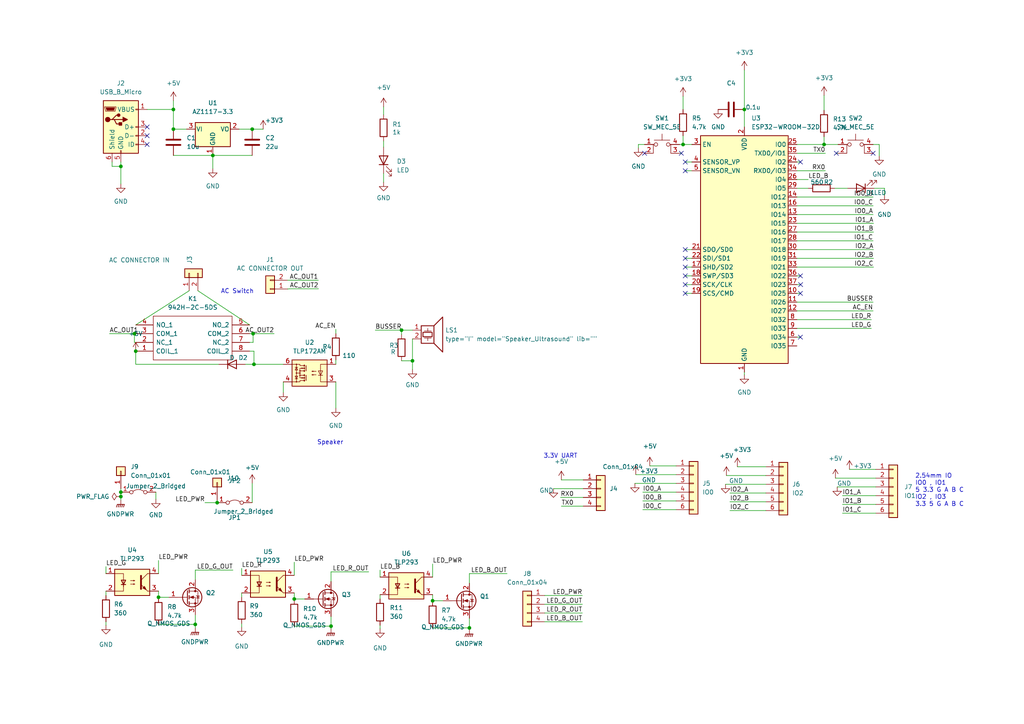
<source format=kicad_sch>
(kicad_sch (version 20211123) (generator eeschema)
  (paper "A4")
  (title_block (title "MEISHI"))
  (lib_symbols
    (symbol "Connector:USB_B_Micro" (pin_names (offset 1.016))
      (property "Reference" "J" (at -5.08 11.43 0))
      (property "Value" "USB_B_Micro" (at -5.08 8.89 0))
      (symbol "USB_B_Micro_1_1"
        (pin power_out line (at 7.62 5.08 180) (length 2.54) (name "VBUS") (number "1"))
        (pin bidirectional line (at 7.62 -2.54 180) (length 2.54) (name "D-") (number "2"))
        (pin bidirectional line (at 7.62 0 180) (length 2.54) (name "D+") (number "3"))
        (pin passive line (at 7.62 -5.08 180) (length 2.54) (name "ID") (number "4"))
        (pin power_out line (at 0 -10.16 90) (length 2.54) (name "GND") (number "5"))
        (pin passive line (at -2.54 -10.16 90) (length 2.54) (name "Shield") (number "6"))
      )
    )
    (symbol "Connector_Generic:Conn_01x01" (pin_names (offset 1.016) hide)
      (property "Reference" "J" (at 0 2.54 0))
      (property "Value" "Conn_01x01" (at 0 -2.54 0))
      (symbol "Conn_01x01_1_1"
        (pin passive line (at -5.08 0 0) (length 3.81) (name "Pin_1") (number "1"))
      )
    )
    (symbol "Connector_Generic:Conn_01x02" (pin_names (offset 1.016) hide)
      (property "Reference" "J" (at 0 2.54 0))
      (property "Value" "Conn_01x02" (at 0 -5.08 0))
      (symbol "Conn_01x02_1_1"
        (pin passive line (at -5.08 0 0) (length 3.81) (name "Pin_1") (number "1"))
        (pin passive line (at -5.08 -2.54 0) (length 3.81) (name "Pin_2") (number "2"))
      )
    )
    (symbol "Connector_Generic:Conn_01x04" (pin_names (offset 1.016) hide)
      (property "Reference" "J" (at 0 5.08 0))
      (property "Value" "Conn_01x04" (at 0 -7.62 0))
      (symbol "Conn_01x04_1_1"
        (pin passive line (at -5.08 2.54 0) (length 3.81) (name "Pin_1") (number "1"))
        (pin passive line (at -5.08 0 0) (length 3.81) (name "Pin_2") (number "2"))
        (pin passive line (at -5.08 -2.54 0) (length 3.81) (name "Pin_3") (number "3"))
        (pin passive line (at -5.08 -5.08 0) (length 3.81) (name "Pin_4") (number "4"))
      )
    )
    (symbol "Connector_Generic:Conn_01x06" (pin_names (offset 1.016) hide)
      (property "Reference" "J" (at 0 7.62 0))
      (property "Value" "Conn_01x06" (at 0 -10.16 0))
      (symbol "Conn_01x06_1_1"
        (pin passive line (at -5.08 5.08 0) (length 3.81) (name "Pin_1") (number "1"))
        (pin passive line (at -5.08 2.54 0) (length 3.81) (name "Pin_2") (number "2"))
        (pin passive line (at -5.08 0 0) (length 3.81) (name "Pin_3") (number "3"))
        (pin passive line (at -5.08 -2.54 0) (length 3.81) (name "Pin_4") (number "4"))
        (pin passive line (at -5.08 -5.08 0) (length 3.81) (name "Pin_5") (number "5"))
        (pin passive line (at -5.08 -7.62 0) (length 3.81) (name "Pin_6") (number "6"))
      )
    )
    (symbol "Device:C" (pin_numbers hide) (pin_names (offset 0.254))
      (property "Reference" "C" (at 0.635 2.54 0))
      (property "Value" "C" (at 0.635 -2.54 0))
      (symbol "C_1_1"
        (pin passive line (at 0 3.81 270) (length 2.794) (name "~") (number "1"))
        (pin passive line (at 0 -3.81 90) (length 2.794) (name "~") (number "2"))
      )
    )
    (symbol "Device:D" (pin_numbers hide) (pin_names (offset 1.016) hide)
      (property "Reference" "D" (at 0 2.54 0))
      (property "Value" "D" (at 0 -2.54 0))
      (symbol "D_1_1"
        (pin passive line (at -3.81 0 0) (length 2.54) (name "K") (number "1"))
        (pin passive line (at 3.81 0 180) (length 2.54) (name "A") (number "2"))
      )
    )
    (symbol "Device:LED" (pin_numbers hide) (pin_names (offset 1.016) hide)
      (property "Reference" "D" (at 0 2.54 0))
      (property "Value" "LED" (at 0 -2.54 0))
      (symbol "LED_1_1"
        (pin passive line (at -3.81 0 0) (length 2.54) (name "K") (number "1"))
        (pin passive line (at 3.81 0 180) (length 2.54) (name "A") (number "2"))
      )
    )
    (symbol "Device:Q_NMOS_GDS" (pin_names (offset 0) hide)
      (property "Reference" "Q" (at 5.08 1.27 0))
      (property "Value" "Q_NMOS_GDS" (at 5.08 -1.27 0))
      (symbol "Q_NMOS_GDS_1_1"
        (pin input line (at -5.08 0 0) (length 2.54) (name "G") (number "1"))
        (pin passive line (at 2.54 5.08 270) (length 2.54) (name "D") (number "2"))
        (pin passive line (at 2.54 -5.08 90) (length 2.54) (name "S") (number "3"))
      )
    )
    (symbol "Device:R" (pin_numbers hide) (pin_names (offset 0))
      (property "Reference" "R" (at 2.032 0 90))
      (property "Value" "R" (at 0 0 90))
      (symbol "R_1_1"
        (pin passive line (at 0 3.81 270) (length 1.27) (name "~") (number "1"))
        (pin passive line (at 0 -3.81 90) (length 1.27) (name "~") (number "2"))
      )
    )
    (symbol "Device:Speaker_Ultrasound" (pin_names (offset 0) hide)
      (property "Reference" "LS" (at 0.635 5.715 0))
      (property "Value" "Speaker_Ultrasound" (at 0.635 3.81 0))
      (symbol "Speaker_Ultrasound_1_1"
        (pin input line (at -5.08 0 0) (length 2.54) (name "1") (number "1"))
        (pin input line (at -5.08 -2.54 0) (length 2.54) (name "2") (number "2"))
      )
    )
    (symbol "Isolator:TLP291"
      (property "Reference" "U" (at -5.08 5.08 0))
      (property "Value" "TLP291" (at 0 5.08 0))
      (symbol "TLP291_1_1"
        (pin passive line (at -7.62 2.54 0) (length 2.54) (name "~") (number "1"))
        (pin passive line (at -7.62 -2.54 0) (length 2.54) (name "~") (number "2"))
        (pin passive line (at 7.62 -2.54 180) (length 2.54) (name "~") (number "3"))
        (pin passive line (at 7.62 2.54 180) (length 2.54) (name "~") (number "4"))
      )
    )
    (symbol "Jumper:Jumper_2_Bridged" (pin_names (offset 0) hide)
      (property "Reference" "JP" (at 0 1.905 0))
      (property "Value" "Jumper_2_Bridged" (at 0 -2.54 0))
      (symbol "Jumper_2_Bridged_1_1"
        (pin passive line (at -5.08 0 0) (length 2.54) (name "A") (number "1"))
        (pin passive line (at 5.08 0 180) (length 2.54) (name "B") (number "2"))
      )
    )
    (symbol "Project:942H-2C-5DS" (pin_names (offset 0.762))
      (property "Reference" "K" (at 29.21 7.62 0))
      (property "Value" "942H-2C-5DS" (at 29.21 5.08 0))
      (symbol "942H-2C-5DS_0_0"
        (pin passive line (at 0 0 0) (length 5.08) (name "COIL_1") (number "1"))
        (pin passive line (at 0 -2.54 0) (length 5.08) (name "NC_1") (number "2"))
        (pin passive line (at 0 -5.08 0) (length 5.08) (name "COM_1") (number "3"))
        (pin passive line (at 0 -7.62 0) (length 5.08) (name "NO_1") (number "4"))
        (pin passive line (at 33.02 -7.62 180) (length 5.08) (name "NO_2") (number "5"))
        (pin passive line (at 33.02 -5.08 180) (length 5.08) (name "COM_2") (number "6"))
        (pin passive line (at 33.02 -2.54 180) (length 5.08) (name "NC_2") (number "7"))
        (pin passive line (at 33.02 0 180) (length 5.08) (name "COIL_2") (number "8"))
      )
    )
    (symbol "Project:TLP172AM"
      (property "Reference" "U" (at -5.08 4.953 0))
      (property "Value" "TLP172AM" (at -5.08 -5.08 0))
      (symbol "TLP172AM_1_1"
        (pin passive line (at -7.62 2.54 0) (length 2.54) (name "~") (number "1"))
        (pin passive line (at -7.62 -2.54 0) (length 2.54) (name "~") (number "3"))
        (pin passive line (at 7.62 -2.54 180) (length 2.54) (name "~") (number "4"))
        (pin passive line (at 7.62 2.54 180) (length 2.54) (name "~") (number "6"))
      )
    )
    (symbol "RF_Module:ESP32-WROOM-32D"
      (property "Reference" "U" (at -12.7 34.29 0))
      (property "Value" "ESP32-WROOM-32D" (at 1.27 34.29 0))
      (symbol "ESP32-WROOM-32D_1_1"
        (pin power_in line (at 0 -35.56 90) (length 2.54) (name "GND") (number "1"))
        (pin bidirectional line (at 15.24 -12.7 180) (length 2.54) (name "IO25") (number "10"))
        (pin bidirectional line (at 15.24 -15.24 180) (length 2.54) (name "IO26") (number "11"))
        (pin bidirectional line (at 15.24 -17.78 180) (length 2.54) (name "IO27") (number "12"))
        (pin bidirectional line (at 15.24 10.16 180) (length 2.54) (name "IO14") (number "13"))
        (pin bidirectional line (at 15.24 15.24 180) (length 2.54) (name "IO12") (number "14"))
        (pin passive line (at 0 -35.56 90) (length 2.54) hide (name "GND") (number "15"))
        (pin bidirectional line (at 15.24 12.7 180) (length 2.54) (name "IO13") (number "16"))
        (pin bidirectional line (at -15.24 -5.08 0) (length 2.54) (name "SHD/SD2") (number "17"))
        (pin bidirectional line (at -15.24 -7.62 0) (length 2.54) (name "SWP/SD3") (number "18"))
        (pin bidirectional line (at -15.24 -12.7 0) (length 2.54) (name "SCS/CMD") (number "19"))
        (pin power_in line (at 0 35.56 270) (length 2.54) (name "VDD") (number "2"))
        (pin bidirectional line (at -15.24 -10.16 0) (length 2.54) (name "SCK/CLK") (number "20"))
        (pin bidirectional line (at -15.24 0 0) (length 2.54) (name "SDO/SD0") (number "21"))
        (pin bidirectional line (at -15.24 -2.54 0) (length 2.54) (name "SDI/SD1") (number "22"))
        (pin bidirectional line (at 15.24 7.62 180) (length 2.54) (name "IO15") (number "23"))
        (pin bidirectional line (at 15.24 25.4 180) (length 2.54) (name "IO2") (number "24"))
        (pin bidirectional line (at 15.24 30.48 180) (length 2.54) (name "IO0") (number "25"))
        (pin bidirectional line (at 15.24 20.32 180) (length 2.54) (name "IO4") (number "26"))
        (pin bidirectional line (at 15.24 5.08 180) (length 2.54) (name "IO16") (number "27"))
        (pin bidirectional line (at 15.24 2.54 180) (length 2.54) (name "IO17") (number "28"))
        (pin bidirectional line (at 15.24 17.78 180) (length 2.54) (name "IO5") (number "29"))
        (pin input line (at -15.24 30.48 0) (length 2.54) (name "EN") (number "3"))
        (pin bidirectional line (at 15.24 0 180) (length 2.54) (name "IO18") (number "30"))
        (pin bidirectional line (at 15.24 -2.54 180) (length 2.54) (name "IO19") (number "31"))
        (pin no_connect line (at -12.7 -27.94 0) (length 2.54) hide (name "NC") (number "32"))
        (pin bidirectional line (at 15.24 -5.08 180) (length 2.54) (name "IO21") (number "33"))
        (pin bidirectional line (at 15.24 22.86 180) (length 2.54) (name "RXD0/IO3") (number "34"))
        (pin bidirectional line (at 15.24 27.94 180) (length 2.54) (name "TXD0/IO1") (number "35"))
        (pin bidirectional line (at 15.24 -7.62 180) (length 2.54) (name "IO22") (number "36"))
        (pin bidirectional line (at 15.24 -10.16 180) (length 2.54) (name "IO23") (number "37"))
        (pin passive line (at 0 -35.56 90) (length 2.54) hide (name "GND") (number "38"))
        (pin passive line (at 0 -35.56 90) (length 2.54) hide (name "GND") (number "39"))
        (pin input line (at -15.24 25.4 0) (length 2.54) (name "SENSOR_VP") (number "4"))
        (pin input line (at -15.24 22.86 0) (length 2.54) (name "SENSOR_VN") (number "5"))
        (pin input line (at 15.24 -25.4 180) (length 2.54) (name "IO34") (number "6"))
        (pin input line (at 15.24 -27.94 180) (length 2.54) (name "IO35") (number "7"))
        (pin bidirectional line (at 15.24 -20.32 180) (length 2.54) (name "IO32") (number "8"))
        (pin bidirectional line (at 15.24 -22.86 180) (length 2.54) (name "IO33") (number "9"))
      )
    )
    (symbol "Regulator_Linear:AZ1117-3.3" (pin_names (offset 0.254))
      (property "Reference" "U" (at -3.81 3.175 0))
      (property "Value" "AZ1117-3.3" (at 0 3.175 0))
      (symbol "AZ1117-3.3_1_1"
        (pin power_in line (at 0 -7.62 90) (length 2.54) (name "GND") (number "1"))
        (pin power_out line (at 7.62 0 180) (length 2.54) (name "VO") (number "2"))
        (pin power_in line (at -7.62 0 0) (length 2.54) (name "VI") (number "3"))
      )
    )
    (symbol "Switch:SW_MEC_5E" (pin_names (offset 1.016) hide)
      (property "Reference" "SW" (at 0.635 5.715 0))
      (property "Value" "SW_MEC_5E" (at 0 -3.175 0))
      (symbol "SW_MEC_5E_0_1"
        (pin passive line (at -5.08 2.54 0) (length 2.54) (name "1") (number "1"))
        (pin passive line (at -5.08 0 0) (length 2.54) (name "2") (number "2"))
        (pin passive line (at 5.08 0 180) (length 2.54) (name "K") (number "3"))
        (pin passive line (at 5.08 2.54 180) (length 2.54) (name "A") (number "4"))
      )
    )
    (symbol "power:+3.3V" (power) (pin_names (offset 0))
      (property "Value" "+3.3V" (at 0 3.556 0))
      (symbol "+3.3V_1_1"
        (pin power_in line (at 0 0 90) (length 0) hide (name "+3V3") (number "1"))
      )
    )
    (symbol "power:+5V" (power) (pin_names (offset 0))
      (property "Value" "+5V" (at 0 3.556 0))
      (symbol "+5V_1_1"
        (pin power_in line (at 0 0 90) (length 0) hide (name "+5V") (number "1"))
      )
    )
    (symbol "power:GND" (power) (pin_names (offset 0))
      (property "Value" "GND" (at 0 -3.81 0))
      (symbol "GND_1_1"
        (pin power_in line (at 0 0 270) (length 0) hide (name "GND") (number "1"))
      )
    )
    (symbol "power:GNDPWR" (power) (pin_names (offset 0))
      (property "Value" "GNDPWR" (at 0 -3.302 0))
      (symbol "GNDPWR_1_1"
        (pin power_in line (at 0 0 270) (length 0) hide (name "GNDPWR") (number "1"))
      )
    )
    (symbol "power:PWR_FLAG" (power) (pin_numbers hide) (pin_names (offset 0) hide)
      (property "Value" "PWR_FLAG" (at 0 3.81 0))
      (symbol "PWR_FLAG_0_0"
        (pin power_out line (at 0 0 90) (length 0) (name "pwr") (number "1"))
      )
    )
  )
  (junction (at 136.144 182.118))
  (junction (at 61.722 45.085))
  (junction (at 215.9 31.75))
  (junction (at 116.459 95.758))
  (junction (at 125.476 174.244))
  (junction (at 62.992 145.796))
  (junction (at 73.66 105.664))
  (junction (at 73.406 96.774))
  (junction (at 85.344 173.736))
  (junction (at 35.052 142.748))
  (junction (at 45.974 173.228))
  (junction (at 96.012 181.61))
  (junction (at 50.292 37.465))
  (junction (at 73.152 37.465))
  (junction (at 50.292 31.75))
  (junction (at 38.989 96.774))
  (junction (at 198.12 41.91))
  (junction (at 56.642 181.102))
  (junction (at 39.37 101.854))
  (junction (at 35.052 144.018))
  (junction (at 239.014 41.91))
  (junction (at 119.634 104.648))
  (junction (at 35.052 48.26))
  (no_connect (at 253.238 44.45))
  (no_connect (at 198.755 74.93))
  (no_connect (at 198.755 49.53))
  (no_connect (at 198.755 46.99))
  (no_connect (at 232.2068 82.55))
  (no_connect (at 232.156 80.01))
  (no_connect (at 198.755 72.39))
  (no_connect (at 198.755 82.55))
  (no_connect (at 198.755 80.01))
  (no_connect (at 186.944 44.45))
  (no_connect (at 232.156 97.79))
  (no_connect (at 198.755 85.09))
  (no_connect (at 197.612 44.45))
  (no_connect (at 242.57 44.45))
  (no_connect (at 232.156 46.99))
  (no_connect (at 42.672 39.37))
  (no_connect (at 42.672 41.91))
  (no_connect (at 42.672 36.83))
  (no_connect (at 198.755 77.47))
  (no_connect (at 232.156 85.09))
  (wire (pts (xy 119.634 98.298) (xy 119.634 104.648)))
  (wire (pts (xy 184.404 137.668) (xy 196.088 137.668)))
  (wire (pts (xy 39.37 101.854) (xy 39.37 105.664)))
  (wire (pts (xy 232.156 97.79) (xy 231.14 97.79)))
  (wire (pts (xy 111.252 33.274) (xy 111.252 30.988)))
  (wire (pts (xy 35.052 48.26) (xy 32.512 48.26)))
  (wire (pts (xy 244.348 143.764) (xy 254 143.764)))
  (wire (pts (xy 198.755 74.93) (xy 200.66 74.93)))
  (wire (pts (xy 162.814 139.192) (xy 169.164 139.192)))
  (wire (pts (xy 110.236 182.372) (xy 110.236 181.356)))
  (wire (pts (xy 59.436 145.796) (xy 62.992 145.796)))
  (wire (pts (xy 231.14 72.39) (xy 253.365 72.39)))
  (wire (pts (xy 239.014 41.91) (xy 243.078 41.91)))
  (wire (pts (xy 38.989 96.774) (xy 38.989 99.314)))
  (wire (pts (xy 49.022 173.228) (xy 45.974 173.228)))
  (wire (pts (xy 147.066 166.37) (xy 136.144 166.37)))
  (wire (pts (xy 231.14 64.77) (xy 253.365 64.77)))
  (wire (pts (xy 136.144 166.37) (xy 136.144 169.164)))
  (wire (pts (xy 35.052 144.018) (xy 35.052 142.748)))
  (wire (pts (xy 85.344 181.61) (xy 96.012 181.61)))
  (wire (pts (xy 198.755 72.39) (xy 200.66 72.39)))
  (wire (pts (xy 83.9978 83.7692) (xy 83.439 83.82)))
  (wire (pts (xy 61.722 45.085) (xy 73.152 45.085)))
  (wire (pts (xy 197.104 41.91) (xy 198.12 41.91)))
  (wire (pts (xy 57.404 84.328) (xy 72.39 94.234)))
  (wire (pts (xy 39.37 96.774) (xy 38.989 96.774)))
  (wire (pts (xy 136.144 182.626) (xy 136.144 182.118)))
  (wire (pts (xy 116.459 104.648) (xy 119.634 104.648)))
  (wire (pts (xy 73.66 105.664) (xy 71.12 105.664)))
  (wire (pts (xy 210.693 137.922) (xy 222.123 137.922)))
  (wire (pts (xy 213.868 135.382) (xy 222.123 135.382)))
  (wire (pts (xy 73.152 140.208) (xy 73.152 145.796)))
  (wire (pts (xy 72.39 99.314) (xy 73.406 99.314)))
  (wire (pts (xy 242.824 141.224) (xy 254 141.224)))
  (wire (pts (xy 231.14 62.23) (xy 253.238 62.23)))
  (wire (pts (xy 255.016 41.91) (xy 255.016 45.212)))
  (wire (pts (xy 110.236 165.354) (xy 110.236 167.386)))
  (wire (pts (xy 211.709 148.082) (xy 222.123 148.082)))
  (wire (pts (xy 30.734 181.356) (xy 30.734 180.34)))
  (wire (pts (xy 111.252 50.292) (xy 111.252 52.832)))
  (wire (pts (xy 244.348 146.304) (xy 254 146.304)))
  (wire (pts (xy 82.169 110.744) (xy 82.169 113.792)))
  (wire (pts (xy 69.342 37.465) (xy 73.152 37.465)))
  (wire (pts (xy 245.872 54.61) (xy 242.062 54.61)))
  (wire (pts (xy 45.974 173.228) (xy 45.974 173.482)))
  (wire (pts (xy 70.104 164.846) (xy 70.104 166.878)))
  (wire (pts (xy 39.37 105.664) (xy 63.5 105.664)))
  (wire (pts (xy 198.755 85.09) (xy 200.66 85.09)))
  (wire (pts (xy 232.156 80.01) (xy 231.14 80.01)))
  (wire (pts (xy 136.144 179.324) (xy 136.144 182.118)))
  (wire (pts (xy 210.439 140.462) (xy 222.123 140.462)))
  (wire (pts (xy 239.014 27.686) (xy 239.014 32.004)))
  (wire (pts (xy 62.992 145.034) (xy 62.992 145.796)))
  (wire (pts (xy 116.459 95.758) (xy 119.634 95.758)))
  (wire (pts (xy 198.12 41.91) (xy 200.66 41.91)))
  (wire (pts (xy 198.12 27.94) (xy 198.12 31.75)))
  (wire (pts (xy 184.15 140.208) (xy 196.088 140.208)))
  (wire (pts (xy 72.39 96.774) (xy 73.406 96.774)))
  (wire (pts (xy 231.14 46.99) (xy 232.156 46.99)))
  (wire (pts (xy 73.66 105.664) (xy 82.169 105.664)))
  (wire (pts (xy 125.476 163.576) (xy 125.476 167.386)))
  (wire (pts (xy 215.9 31.75) (xy 215.9 36.83)))
  (wire (pts (xy 231.14 41.91) (xy 239.014 41.91)))
  (wire (pts (xy 73.66 101.854) (xy 73.66 105.664)))
  (wire (pts (xy 168.91 180.34) (xy 157.988 180.34)))
  (wire (pts (xy 67.564 165.354) (xy 56.642 165.354)))
  (wire (pts (xy 198.12 39.37) (xy 198.12 41.91)))
  (wire (pts (xy 253.492 54.61) (xy 256.54 54.61)))
  (wire (pts (xy 186.436 145.288) (xy 196.088 145.288)))
  (wire (pts (xy 125.476 172.466) (xy 125.476 174.244)))
  (wire (pts (xy 231.14 52.07) (xy 234.442 52.07)))
  (wire (pts (xy 242.57 44.45) (xy 243.078 44.45)))
  (wire (pts (xy 54.864 84.328) (xy 39.37 94.234)))
  (wire (pts (xy 168.91 175.26) (xy 157.988 175.26)))
  (wire (pts (xy 50.292 37.465) (xy 54.102 37.465)))
  (wire (pts (xy 96.012 182.372) (xy 96.012 181.61)))
  (wire (pts (xy 232.156 85.09) (xy 231.14 85.09)))
  (wire (pts (xy 231.14 74.93) (xy 253.365 74.93)))
  (wire (pts (xy 256.54 54.61) (xy 256.54 56.642)))
  (wire (pts (xy 96.012 165.862) (xy 96.012 168.656)))
  (wire (pts (xy 45.212 142.748) (xy 45.212 144.78)))
  (wire (pts (xy 45.974 181.102) (xy 56.642 181.102)))
  (wire (pts (xy 215.9 20.32) (xy 215.9 31.75)))
  (wire (pts (xy 39.37 99.314) (xy 38.989 99.314)))
  (wire (pts (xy 185.166 41.91) (xy 186.944 41.91)))
  (wire (pts (xy 157.988 172.72) (xy 168.91 172.72)))
  (wire (pts (xy 231.14 69.85) (xy 253.238 69.85)))
  (wire (pts (xy 50.292 31.75) (xy 50.292 29.21)))
  (wire (pts (xy 116.459 95.758) (xy 116.459 97.028)))
  (wire (pts (xy 186.436 142.748) (xy 196.088 142.748)))
  (wire (pts (xy 106.934 165.862) (xy 96.012 165.862)))
  (wire (pts (xy 239.395 44.45) (xy 231.14 44.45)))
  (wire (pts (xy 83.9978 83.7692) (xy 92.3798 83.7692)))
  (wire (pts (xy 35.052 48.26) (xy 35.052 53.34)))
  (wire (pts (xy 35.052 145.034) (xy 35.052 144.018)))
  (wire (pts (xy 211.709 143.002) (xy 222.123 143.002)))
  (wire (pts (xy 73.406 96.774) (xy 79.502 96.774)))
  (wire (pts (xy 186.436 147.828) (xy 196.088 147.828)))
  (wire (pts (xy 231.14 90.17) (xy 253.238 90.17)))
  (wire (pts (xy 35.052 141.732) (xy 35.052 142.748)))
  (wire (pts (xy 56.642 178.308) (xy 56.642 181.102)))
  (wire (pts (xy 211.709 145.542) (xy 222.123 145.542)))
  (wire (pts (xy 169.164 141.732) (xy 160.528 141.732)))
  (wire (pts (xy 97.409 110.744) (xy 97.409 118.364)))
  (wire (pts (xy 88.392 173.736) (xy 85.344 173.736)))
  (wire (pts (xy 85.344 173.736) (xy 85.344 173.99)))
  (wire (pts (xy 125.476 182.118) (xy 136.144 182.118)))
  (wire (pts (xy 197.612 44.45) (xy 197.104 44.45)))
  (wire (pts (xy 198.755 80.01) (xy 200.66 80.01)))
  (wire (pts (xy 231.14 67.31) (xy 253.365 67.31)))
  (wire (pts (xy 30.734 164.338) (xy 30.734 166.37)))
  (wire (pts (xy 198.755 46.99) (xy 200.66 46.99)))
  (wire (pts (xy 119.634 104.648) (xy 119.634 107.188)))
  (wire (pts (xy 56.642 182.118) (xy 56.642 181.102)))
  (wire (pts (xy 239.014 39.624) (xy 239.014 41.91)))
  (wire (pts (xy 231.14 95.25) (xy 252.73 95.25)))
  (wire (pts (xy 96.012 178.816) (xy 96.012 181.61)))
  (wire (pts (xy 56.642 165.354) (xy 56.642 168.148)))
  (wire (pts (xy 231.14 57.15) (xy 253.238 57.15)))
  (wire (pts (xy 110.236 173.736) (xy 110.236 172.466)))
  (wire (pts (xy 242.316 138.684) (xy 254 138.684)))
  (wire (pts (xy 162.56 144.272) (xy 169.164 144.272)))
  (wire (pts (xy 198.755 82.55) (xy 200.66 82.55)))
  (wire (pts (xy 231.14 87.63) (xy 253.238 87.63)))
  (wire (pts (xy 255.016 41.91) (xy 253.238 41.91)))
  (wire (pts (xy 232.2068 82.55) (xy 231.14 82.55)))
  (wire (pts (xy 73.66 101.854) (xy 72.39 101.854)))
  (wire (pts (xy 45.974 162.56) (xy 45.974 166.37)))
  (wire (pts (xy 246.38 136.144) (xy 254 136.144)))
  (wire (pts (xy 198.755 49.53) (xy 200.66 49.53)))
  (wire (pts (xy 125.476 174.244) (xy 125.476 174.498)))
  (wire (pts (xy 97.409 96.774) (xy 97.409 95.504)))
  (wire (pts (xy 73.406 96.774) (xy 73.406 99.314)))
  (wire (pts (xy 231.14 77.47) (xy 253.365 77.47)))
  (wire (pts (xy 244.348 148.844) (xy 254 148.844)))
  (wire (pts (xy 188.468 135.128) (xy 196.088 135.128)))
  (wire (pts (xy 231.14 92.71) (xy 252.73 92.71)))
  (wire (pts (xy 31.75 96.774) (xy 38.989 96.774)))
  (wire (pts (xy 50.292 45.085) (xy 61.722 45.085)))
  (wire (pts (xy 83.439 81.28) (xy 92.329 81.28)))
  (wire (pts (xy 70.104 173.228) (xy 70.104 171.958)))
  (wire (pts (xy 168.91 177.8) (xy 157.988 177.8)))
  (wire (pts (xy 50.292 31.75) (xy 50.292 37.465)))
  (wire (pts (xy 73.152 37.465) (xy 76.327 37.465)))
  (wire (pts (xy 45.974 171.45) (xy 45.974 173.228)))
  (wire (pts (xy 162.814 146.812) (xy 169.164 146.812)))
  (wire (pts (xy 231.14 59.69) (xy 253.238 59.69)))
  (wire (pts (xy 239.395 49.53) (xy 231.14 49.53)))
  (wire (pts (xy 108.839 95.758) (xy 116.459 95.758)))
  (wire (pts (xy 234.442 54.61) (xy 231.14 54.61)))
  (wire (pts (xy 70.104 181.864) (xy 70.104 180.848)))
  (wire (pts (xy 42.672 31.75) (xy 50.292 31.75)))
  (wire (pts (xy 85.344 171.958) (xy 85.344 173.736)))
  (wire (pts (xy 35.052 46.99) (xy 35.052 48.26)))
  (wire (pts (xy 111.252 42.672) (xy 111.252 40.894)))
  (wire (pts (xy 128.524 174.244) (xy 125.476 174.244)))
  (wire (pts (xy 85.344 163.068) (xy 85.344 166.878)))
  (wire (pts (xy 61.722 45.085) (xy 61.722 48.895)))
  (wire (pts (xy 198.755 77.47) (xy 200.66 77.47)))
  (wire (pts (xy 97.409 105.664) (xy 97.409 104.394)))
  (wire (pts (xy 32.512 48.26) (xy 32.512 46.99)))
  (wire (pts (xy 185.166 42.926) (xy 185.166 41.91)))
  (wire (pts (xy 215.9 107.95) (xy 215.9 108.712)))
  (wire (pts (xy 30.734 172.72) (xy 30.734 171.45)))
  (text "2.54mm IO\nIO0 , IO1\n5 3.3 G A B C\nIO2 , IO3\n3.3 5 G A B C" (at 265.43 147.066 0) (effects (font (size 1.27 1.27)) (justify left bottom)))
  (text "Speaker\n" (at 91.948 129.159 0) (effects (font (size 1.27 1.27)) (justify left bottom)))
  (text "AC Switch\n" (at 73.66 85.344 180) (effects (font (size 1.27 1.27)) (justify right bottom)))
  (text "3.3V UART\n" (at 157.607 133.096 0) (effects (font (size 1.27 1.27)) (justify left bottom)))
  (label "RX0" (at 162.56 144.272 0))
  (label "IO0_A" (at 253.238 62.23 180))
  (label "AC_OUT2" (at 92.3798 83.7692 180))
  (label "LED_R_OUT" (at 106.934 165.862 180))
  (label "IO1_A" (at 253.365 64.77 180))
  (label "LED_G" (at 30.734 164.338 0))
  (label "LED_G" (at 252.73 95.25 180))
  (label "IO0_A" (at 186.436 142.748 0))
  (label "AC_OUT2" (at 79.502 96.774 180))
  (label "LED_B_OUT" (at 168.91 180.34 180))
  (label "IO2_C" (at 253.365 77.47 180))
  (label "IO1_C" (at 244.348 148.844 0))
  (label "LED_R_OUT" (at 168.91 177.8 180))
  (label "LED_PWR" (at 85.344 163.068 0))
  (label "AC_OUT1" (at 31.75 96.774 0))
  (label "IO0_C" (at 186.436 147.828 0))
  (label "IO0_C" (at 253.238 59.69 180))
  (label "AC_EN" (at 97.409 95.504 180))
  (label "IO2_A" (at 211.709 143.002 0))
  (label "TX0" (at 162.814 146.812 0))
  (label "BUSSER" (at 108.839 95.758 0))
  (label "IO1_A" (at 244.348 143.764 0))
  (label "IO2_B" (at 211.709 145.542 0))
  (label "IO0_B" (at 253.238 57.15 180))
  (label "LED_B_OUT" (at 147.066 166.37 180))
  (label "LED_R" (at 252.73 92.71 180))
  (label "LED_PWR" (at 125.476 163.576 0))
  (label "AC_OUT1" (at 92.329 81.28 180))
  (label "LED_B" (at 110.236 165.354 0))
  (label "LED_PWR" (at 168.91 172.72 180))
  (label "AC_EN" (at 253.238 90.17 180))
  (label "LED_G_OUT" (at 67.564 165.354 180))
  (label "LED_B" (at 234.442 52.07 0))
  (label "IO1_B" (at 244.348 146.304 0))
  (label "LED_R" (at 70.104 164.846 0))
  (label "LED_PWR" (at 45.974 162.56 0))
  (label "LED_PWR" (at 59.436 145.796 180))
  (label "IO0_B" (at 186.436 145.288 0))
  (label "IO2_C" (at 211.709 148.082 0))
  (label "IO2_A" (at 253.365 72.39 180))
  (label "IO1_C" (at 253.238 69.85 180))
  (label "IO2_B" (at 253.365 74.93 180))
  (label "RX0" (at 239.395 49.53 180))
  (label "LED_G_OUT" (at 168.91 175.26 180))
  (label "BUSSER" (at 253.238 87.63 180))
  (label "TX0" (at 239.395 44.45 180))
  (label "IO1_B" (at 253.365 67.31 180))
  (symbol (lib_id "Device:R") (at 116.459 100.838 0) (unit 1)
    (property "Reference" "R3" (at 112.903 100.203 0) (effects (justify left)))
    (property "Value" "R" (at 113.284 102.108 0) (effects (justify left)))
    (property "Footprint" "Resistor_SMD:R_0603_1608Metric_Pad0.98x0.95mm_HandSolder" (effects hide))
  )
  (symbol (lib_id "power:GND") (at 97.409 118.364 0) (unit 1)
    (property "Reference" "#PWR0107" (effects hide))
    (property "Value" "GND" (at 97.409 123.444 0))
  )
  (symbol (lib_id "power:GND") (at 70.104 181.864 0) (unit 1)
    (property "Reference" "#PWR0123" (effects hide))
    (property "Value" "GND" (at 70.104 187.452 0))
  )
  (symbol (lib_id "power:GND") (at 208.28 31.75 0) (unit 1)
    (property "Reference" "#PWR0128" (effects hide))
    (property "Value" "GND" (at 208.28 36.83 0))
  )
  (symbol (lib_id "power:+3.3V") (at 215.9 20.32 0) (unit 1)
    (property "Reference" "#PWR0109" (effects hide))
    (property "Value" "+3.3V" (at 215.9 15.24 0))
  )
  (symbol (lib_id "power:GND") (at 184.15 140.208 0) (unit 1)
    (property "Reference" "#PWR0126" (effects hide))
    (property "Value" "GND" (at 188.214 139.192 0))
  )
  (symbol (lib_id "power:GND") (at 242.824 141.224 0) (unit 1)
    (property "Reference" "#PWR0112" (effects hide))
    (property "Value" "GND" (at 244.856 140.208 0))
  )
  (symbol (lib_id "Isolator:TLP291") (at 38.354 168.91 0) (unit 1)
    (property "Reference" "U4" (at 38.354 159.512 0))
    (property "Value" "TLP293" (at 38.354 162.052 0))
    (property "Footprint" "Package_SO:SOIC-4_4.55x2.6mm_P1.27mm" (effects hide))
    (property "Datasheet" "https://toshiba.semicon-storage.com/info/TLP293_datasheet_ja_20191129.pdf?did=14418&prodName=TLP293" (effects hide))
  )
  (symbol (lib_id "power:GND") (at 210.439 140.462 0) (unit 1)
    (property "Reference" "#PWR0127" (effects hide))
    (property "Value" "GND" (at 213.487 139.446 0))
  )
  (symbol (lib_id "power:+5V") (at 111.252 30.988 0) (unit 1)
    (property "Reference" "#PWR0101" (effects hide))
    (property "Value" "+5V" (at 111.252 25.4 0))
  )
  (symbol (lib_id "Connector_Generic:Conn_01x06") (at 201.168 140.208 0) (unit 1)
    (property "Reference" "J5" (at 203.708 140.2079 0) (effects (justify left)))
    (property "Value" "IO0" (at 203.708 142.7479 0) (effects (justify left)))
    (property "Footprint" "Connector_JST:JST_XH_B6B-XH-A_1x06_P2.50mm_Vertical" (effects hide))
  )
  (symbol (lib_id "power:GNDPWR") (at 35.052 145.034 0) (unit 1)
    (property "Reference" "#PWR0134" (effects hide))
    (property "Value" "GNDPWR" (at 34.925 149.098 0))
  )
  (symbol (lib_id "power:+3.3V") (at 184.404 137.668 0) (unit 1)
    (property "Reference" "#PWR0110" (effects hide))
    (property "Value" "+3.3V" (at 188.214 136.652 0))
  )
  (symbol (lib_id "Device:LED") (at 111.252 46.482 90) (unit 1)
    (property "Reference" "D3" (at 115.062 46.7994 90) (effects (justify right)))
    (property "Value" "LED" (at 115.062 49.3394 90) (effects (justify right)))
    (property "Footprint" "LED_SMD:LED_0603_1608Metric_Pad1.05x0.95mm_HandSolder" (effects hide))
  )
  (symbol (lib_id "Device:D") (at 67.31 105.664 0) (mirror x) (unit 1)
    (property "Reference" "D2" (at 70.485 103.759 0))
    (property "Value" "D" (at 67.31 103.759 0))
    (property "Footprint" "Diode_SMD:D_SOD-128" (effects hide))
  )
  (symbol (lib_id "power:+5V") (at 39.37 101.854 0) (mirror y) (unit 1)
    (property "Reference" "#PWR0119" (effects hide))
    (property "Value" "+5V" (at 39.37 96.774 0))
  )
  (symbol (lib_id "Device:R") (at 45.974 177.292 0) (unit 1)
    (property "Reference" "R8" (at 48.514 176.0219 0) (effects (justify left)))
    (property "Value" "4.7k" (at 48.514 178.5619 0) (effects (justify left)))
    (property "Footprint" "Resistor_SMD:R_0603_1608Metric_Pad0.98x0.95mm_HandSolder" (effects hide))
  )
  (symbol (lib_id "RF_Module:ESP32-WROOM-32D") (at 215.9 72.39 0) (unit 1)
    (property "Reference" "U3" (at 217.9194 34.29 0) (effects (justify left)))
    (property "Value" "ESP32-WROOM-32D" (at 217.9194 36.83 0) (effects (justify left)))
    (property "Footprint" "Project:ESP32-WROOM-32" (effects hide))
    (property "Datasheet" "https://www.espressif.com/sites/default/files/documentation/esp32-wroom-32d_esp32-wroom-32u_datasheet_en.pdf" (effects hide))
  )
  (symbol (lib_id "Connector_Generic:Conn_01x01") (at 35.052 136.652 90) (unit 1)
    (property "Reference" "J9" (at 37.846 135.3819 90) (effects (justify right)))
    (property "Value" "Conn_01x01" (at 37.846 137.9219 90) (effects (justify right)))
    (property "Footprint" "Connector_Wire:SolderWirePad_1x01_SMD_5x10mm" (effects hide))
  )
  (symbol (lib_id "power:GND") (at 215.9 108.712 0) (unit 1)
    (property "Reference" "#PWR0129" (effects hide))
    (property "Value" "GND" (at 215.9 113.792 0))
  )
  (symbol (lib_id "power:PWR_FLAG") (at 35.052 144.018 90) (unit 1)
    (property "Reference" "#FLG0101" (effects hide))
    (property "Value" "PWR_FLAG" (at 31.75 144.0179 90) (effects (justify left)))
  )
  (symbol (lib_id "Device:R") (at 238.252 54.61 90) (unit 1)
    (property "Reference" "R2" (at 240.284 52.832 90))
    (property "Value" "560" (at 236.982 52.832 90))
    (property "Footprint" "Resistor_SMD:R_0603_1608Metric_Pad0.98x0.95mm_HandSolder" (effects hide))
  )
  (symbol (lib_id "Device:Speaker_Ultrasound") (at 124.714 95.758 0) (unit 1)
    (property "Reference" "LS1" (at 129.159 95.7579 0) (effects (justify left)))
    (property "Value" "Speaker_Ultrasound" (at 129.159 98.2979 0) (effects (justify left)))
    (property "Footprint" "Buzzer_Beeper:Buzzer_TDK_PS1240P02BT_D12.2mm_H6.5mm" (effects hide))
    (property "Spice_Primitive" "I" (effects hide))
    (property "Spice_Netlist_Enabled" "Y" (effects hide))
  )
  (symbol (lib_id "Connector_Generic:Conn_01x01") (at 62.992 139.954 90) (unit 1)
    (property "Reference" "J10" (at 65.786 138.6839 90) (effects (justify right)))
    (property "Value" "Conn_01x01" (at 55.118 136.906 90) (effects (justify right)))
    (property "Footprint" "Connector_Wire:SolderWirePad_1x01_SMD_5x10mm" (effects hide))
  )
  (symbol (lib_id "power:+3.3V") (at 213.868 135.382 0) (unit 1)
    (property "Reference" "#PWR0116" (effects hide))
    (property "Value" "+3.3V" (at 215.265 130.429 0))
  )
  (symbol (lib_id "Device:Q_NMOS_GDS") (at 54.102 173.228 0) (unit 1)
    (property "Reference" "Q2" (at 59.69 171.958 0) (effects (justify left)))
    (property "Value" "Q_NMOS_GDS" (at 42.672 180.8479 0) (effects (justify left)))
    (property "Footprint" "Package_TO_SOT_SMD:TO-252-2" (effects hide))
  )
  (symbol (lib_id "power:GND") (at 61.722 48.895 0) (unit 1)
    (property "Reference" "#PWR0122" (effects hide))
    (property "Value" "GND" (at 61.722 53.975 0))
  )
  (symbol (lib_id "Device:Q_NMOS_GDS") (at 93.472 173.736 0) (unit 1)
    (property "Reference" "Q3" (at 99.06 172.466 0) (effects (justify left)))
    (property "Value" "Q_NMOS_GDS" (at 82.042 181.3559 0) (effects (justify left)))
    (property "Footprint" "Package_TO_SOT_SMD:TO-252-2" (effects hide))
  )
  (symbol (lib_id "Isolator:TLP291") (at 77.724 169.418 0) (unit 1)
    (property "Reference" "U5" (at 77.724 160.02 0))
    (property "Value" "TLP293" (at 77.724 162.56 0))
    (property "Footprint" "Package_SO:SOIC-4_4.55x2.6mm_P1.27mm" (effects hide))
    (property "Datasheet" "https://toshiba.semicon-storage.com/info/TLP293_datasheet_ja_20191129.pdf?did=14418&prodName=TLP293" (effects hide))
  )
  (symbol (lib_id "power:GND") (at 82.169 113.792 0) (unit 1)
    (property "Reference" "#PWR0102" (effects hide))
    (property "Value" "GND" (at 82.169 118.872 0))
  )
  (symbol (lib_id "Device:R") (at 97.409 100.584 180) (unit 1)
    (property "Reference" "R4" (at 94.869 100.584 0))
    (property "Value" "110" (at 101.219 103.124 0))
    (property "Footprint" "Resistor_SMD:R_0603_1608Metric_Pad0.98x0.95mm_HandSolder" (effects hide))
  )
  (symbol (lib_id "Device:C") (at 73.152 41.275 0) (unit 1)
    (property "Reference" "C2" (at 76.962 40.0049 0) (effects (justify left)))
    (property "Value" "22u" (at 76.962 42.5449 0) (effects (justify left)))
    (property "Footprint" "Capacitor_SMD:C_0805_2012Metric_Pad1.18x1.45mm_HandSolder" (effects hide))
  )
  (symbol (lib_id "Device:Q_NMOS_GDS") (at 133.604 174.244 0) (unit 1)
    (property "Reference" "Q1" (at 139.192 172.974 0) (effects (justify left)))
    (property "Value" "Q_NMOS_GDS" (at 122.174 181.8639 0) (effects (justify left)))
    (property "Footprint" "Package_TO_SOT_SMD:TO-252-2" (effects hide))
  )
  (symbol (lib_id "Connector_Generic:Conn_01x04") (at 152.908 175.26 0) (mirror y) (unit 1)
    (property "Reference" "J8" (at 152.908 166.37 0))
    (property "Value" "Conn_01x04" (at 152.908 168.91 0))
    (property "Footprint" "Connector_JST:JST_XH_B4B-XH-A_1x04_P2.50mm_Vertical" (effects hide))
  )
  (symbol (lib_id "power:+5V") (at 242.316 138.684 0) (unit 1)
    (property "Reference" "#PWR0113" (effects hide))
    (property "Value" "+5V" (at 242.316 132.969 0))
  )
  (symbol (lib_id "Device:C") (at 212.09 31.75 90) (unit 1)
    (property "Reference" "C4" (at 212.09 24.13 90))
    (property "Value" "0.1u" (at 218.44 31.115 90))
    (property "Footprint" "Capacitor_SMD:C_0805_2012Metric_Pad1.18x1.45mm_HandSolder" (effects hide))
  )
  (symbol (lib_id "power:GND") (at 110.236 182.372 0) (unit 1)
    (property "Reference" "#PWR0133" (effects hide))
    (property "Value" "GND" (at 110.236 187.96 0))
  )
  (symbol (lib_id "Jumper:Jumper_2_Bridged") (at 68.072 145.796 0) (unit 1)
    (property "Reference" "JP2" (at 68.072 139.446 0))
    (property "Value" "Jumper_2_Bridged" (at 70.612 148.336 0))
    (property "Footprint" "Diode_SMD:D_SOD-123F" (effects hide))
  )
  (symbol (lib_id "power:GND") (at 119.634 107.188 0) (unit 1)
    (property "Reference" "#PWR0105" (effects hide))
    (property "Value" "GND" (at 119.634 111.633 0))
  )
  (symbol (lib_id "Connector_Generic:Conn_01x06") (at 259.08 141.224 0) (unit 1)
    (property "Reference" "J7" (at 262.255 141.2239 0) (effects (justify left)))
    (property "Value" "IO1" (at 262.255 143.7639 0) (effects (justify left)))
    (property "Footprint" "Connector_JST:JST_XH_B6B-XH-A_1x06_P2.50mm_Vertical" (effects hide))
  )
  (symbol (lib_id "power:+3.3V") (at 246.38 136.144 0) (unit 1)
    (property "Reference" "#PWR0114" (effects hide))
    (property "Value" "+3.3V" (at 250.19 135.128 0))
  )
  (symbol (lib_id "power:GND") (at 185.166 42.926 0) (unit 1)
    (property "Reference" "#PWR0148" (effects hide))
    (property "Value" "GND" (at 185.166 48.26 0))
  )
  (symbol (lib_id "power:+3.3V") (at 76.327 37.465 0) (unit 1)
    (property "Reference" "#PWR0106" (effects hide))
    (property "Value" "+3.3V" (at 79.502 34.925 0))
  )
  (symbol (lib_id "Jumper:Jumper_2_Bridged") (at 40.132 142.748 0) (unit 1)
    (property "Reference" "JP1" (at 68.072 150.114 0))
    (property "Value" "Jumper_2_Bridged" (at 45.212 140.97 0))
    (property "Footprint" "Jumper:SolderJumper-2_P1.3mm_Open_RoundedPad1.0x1.5mm" (effects hide))
  )
  (symbol (lib_id "power:+5V") (at 162.814 139.192 0) (unit 1)
    (property "Reference" "#PWR0130" (effects hide))
    (property "Value" "+5V" (at 162.814 133.858 0))
  )
  (symbol (lib_id "Connector_Generic:Conn_01x06") (at 227.203 140.462 0) (unit 1)
    (property "Reference" "J6" (at 229.743 140.4619 0) (effects (justify left)))
    (property "Value" "IO2" (at 229.743 143.0019 0) (effects (justify left)))
    (property "Footprint" "Connector_JST:JST_XH_B6B-XH-A_1x06_P2.50mm_Vertical" (effects hide))
  )
  (symbol (lib_id "power:+3.3V") (at 198.12 27.94 0) (unit 1)
    (property "Reference" "#PWR0108" (effects hide))
    (property "Value" "+3.3V" (at 198.12 22.86 0))
  )
  (symbol (lib_id "power:GND") (at 256.54 56.642 0) (mirror y) (unit 1)
    (property "Reference" "#PWR01" (effects hide))
    (property "Value" "GND" (at 256.54 62.23 0))
  )
  (symbol (lib_id "Device:LED") (at 249.682 54.61 180) (unit 1)
    (property "Reference" "D1" (at 252.476 55.88 0))
    (property "Value" "LED" (at 255.27 55.88 0))
    (property "Footprint" "LED_SMD:LED_0603_1608Metric_Pad1.05x0.95mm_HandSolder" (effects hide))
  )
  (symbol (lib_id "power:GNDPWR") (at 56.642 182.118 0) (unit 1)
    (property "Reference" "#PWR0132" (effects hide))
    (property "Value" "GNDPWR" (at 56.515 186.182 0))
  )
  (symbol (lib_id "Switch:SW_MEC_5E") (at 248.158 44.45 0) (unit 1)
    (property "Reference" "SW2" (at 248.158 34.29 0))
    (property "Value" "SW_MEC_5E" (at 248.158 36.83 0))
    (property "Footprint" "Project:SKRPABE010" (effects hide))
    (property "Datasheet" "http://www.apem.com/int/index.php?controller=attachment&id_attachment=1371" (effects hide))
  )
  (symbol (lib_id "Device:R") (at 70.104 177.038 0) (unit 1)
    (property "Reference" "R9" (at 72.39 175.7679 0) (effects (justify left)))
    (property "Value" "360" (at 72.39 178.3079 0) (effects (justify left)))
    (property "Footprint" "Resistor_SMD:R_0603_1608Metric_Pad0.98x0.95mm_HandSolder" (effects hide))
  )
  (symbol (lib_id "Connector:USB_B_Micro") (at 35.052 36.83 0) (unit 1)
    (property "Reference" "J2" (at 35.052 24.13 0))
    (property "Value" "USB_B_Micro" (at 35.052 26.67 0))
    (property "Footprint" "Project:Micro-USB-J91(Marutsu)" (effects hide))
  )
  (symbol (lib_id "Isolator:TLP291") (at 117.856 169.926 0) (unit 1)
    (property "Reference" "U6" (at 117.856 160.528 0))
    (property "Value" "TLP293" (at 117.856 163.068 0))
    (property "Footprint" "Package_SO:SOIC-4_4.55x2.6mm_P1.27mm" (effects hide))
    (property "Datasheet" "https://toshiba.semicon-storage.com/info/TLP293_datasheet_ja_20191129.pdf?did=14418&prodName=TLP293" (effects hide))
  )
  (symbol (lib_id "Regulator_Linear:AZ1117-3.3") (at 61.722 37.465 0) (unit 1)
    (property "Reference" "U1" (at 61.722 29.845 0))
    (property "Value" "AZ1117-3.3" (at 61.722 32.385 0))
    (property "Footprint" "Package_TO_SOT_SMD:SOT-223-3_TabPin2" (effects hide))
    (property "Datasheet" "https://www.diodes.com/assets/Datasheets/AZ1117.pdf" (effects hide))
  )
  (symbol (lib_id "Project:TLP172AM") (at 89.789 108.204 0) (mirror y) (unit 1)
    (property "Reference" "U2" (at 89.789 99.314 0))
    (property "Value" "TLP172AM" (at 89.789 101.854 0))
    (property "Footprint" "Package_SO:MFSOP6-4_4.4x3.6mm_P1.27mm" (effects hide))
    (property "Datasheet" "https://akizukidenshi.com/download/ds/toshiba/TLP172AM_datasheet_ja_20191028.pdf" (effects hide))
  )
  (symbol (lib_id "Device:R") (at 198.12 35.56 0) (unit 1)
    (property "Reference" "R5" (at 200.66 34.2899 0) (effects (justify left)))
    (property "Value" "4.7k" (at 200.66 36.8299 0) (effects (justify left)))
    (property "Footprint" "Resistor_SMD:R_0603_1608Metric_Pad0.98x0.95mm_HandSolder" (effects hide))
  )
  (symbol (lib_id "power:GND") (at 35.052 53.34 0) (unit 1)
    (property "Reference" "#PWR0121" (effects hide))
    (property "Value" "GND" (at 35.052 58.42 0))
  )
  (symbol (lib_id "power:+5V") (at 210.693 137.922 0) (unit 1)
    (property "Reference" "#PWR0125" (effects hide))
    (property "Value" "+5V" (at 210.693 132.207 0))
  )
  (symbol (lib_id "Device:C") (at 50.292 41.275 0) (unit 1)
    (property "Reference" "C1" (at 54.102 40.0049 0) (effects (justify left)))
    (property "Value" "10u" (at 54.102 42.5449 0) (effects (justify left)))
    (property "Footprint" "Capacitor_SMD:C_0805_2012Metric_Pad1.18x1.45mm_HandSolder" (effects hide))
  )
  (symbol (lib_id "Switch:SW_MEC_5E") (at 192.024 44.45 0) (unit 1)
    (property "Reference" "SW1" (at 192.024 34.29 0))
    (property "Value" "SW_MEC_5E" (at 192.024 36.83 0))
    (property "Footprint" "Project:SKRPABE010" (effects hide))
    (property "Datasheet" "http://www.apem.com/int/index.php?controller=attachment&id_attachment=1371" (effects hide))
  )
  (symbol (lib_id "power:GNDPWR") (at 136.144 182.626 0) (unit 1)
    (property "Reference" "#PWR0131" (effects hide))
    (property "Value" "GNDPWR" (at 136.017 186.69 0))
  )
  (symbol (lib_id "Device:R") (at 110.236 177.546 0) (unit 1)
    (property "Reference" "R11" (at 113.03 176.2759 0) (effects (justify left)))
    (property "Value" "360" (at 113.03 178.8159 0) (effects (justify left)))
    (property "Footprint" "Resistor_SMD:R_0603_1608Metric_Pad0.98x0.95mm_HandSolder" (effects hide))
  )
  (symbol (lib_id "power:GND") (at 111.252 52.832 0) (unit 1)
    (property "Reference" "#PWR0103" (effects hide))
    (property "Value" "GND" (at 111.252 57.404 0))
  )
  (symbol (lib_id "Connector_Generic:Conn_01x02") (at 54.864 79.248 90) (unit 1)
    (property "Reference" "J3" (at 54.9909 76.581 0) (effects (justify left)))
    (property "Value" "AC CONNECTOR IN" (at 49.276 75.438 90) (effects (justify left)))
    (property "Footprint" "Connector_JST:JST_VH_B2P-VH_1x02_P3.96mm_Vertical" (effects hide))
  )
  (symbol (lib_id "Device:R") (at 125.476 178.308 0) (unit 1)
    (property "Reference" "R7" (at 128.016 177.0379 0) (effects (justify left)))
    (property "Value" "4.7k" (at 128.016 179.5779 0) (effects (justify left)))
    (property "Footprint" "Resistor_SMD:R_0603_1608Metric_Pad0.98x0.95mm_HandSolder" (effects hide))
  )
  (symbol (lib_id "power:+3.3V") (at 239.014 27.686 0) (unit 1)
    (property "Reference" "#PWR0147" (effects hide))
    (property "Value" "+3.3V" (at 239.014 22.606 0))
  )
  (symbol (lib_id "power:GND") (at 45.212 144.78 0) (unit 1)
    (property "Reference" "#PWR0135" (effects hide))
    (property "Value" "GND" (at 45.212 149.352 0))
  )
  (symbol (lib_id "Connector_Generic:Conn_01x04") (at 174.244 141.732 0) (unit 1)
    (property "Reference" "J4" (at 176.784 141.7319 0) (effects (justify left)))
    (property "Value" "Conn_01x04" (at 174.752 135.382 0) (effects (justify left)))
    (property "Footprint" "Connector_JST:JST_XH_B4B-XH-A_1x04_P2.50mm_Vertical" (effects hide))
  )
  (symbol (lib_id "power:GND") (at 30.734 181.356 0) (unit 1)
    (property "Reference" "#PWR0124" (effects hide))
    (property "Value" "GND" (at 30.734 186.944 0))
  )
  (symbol (lib_id "power:GNDPWR") (at 96.012 182.372 0) (unit 1)
    (property "Reference" "#PWR0104" (effects hide))
    (property "Value" "GNDPWR" (at 95.885 186.436 0))
  )
  (symbol (lib_id "power:GND") (at 160.528 141.732 0) (unit 1)
    (property "Reference" "#PWR0111" (effects hide))
    (property "Value" "GND" (at 158.496 142.24 0))
  )
  (symbol (lib_id "power:+5V") (at 73.152 140.208 0) (unit 1)
    (property "Reference" "#PWR0136" (effects hide))
    (property "Value" "+5V" (at 73.152 135.636 0))
  )
  (symbol (lib_id "Connector_Generic:Conn_01x02") (at 78.359 83.82 180) (unit 1)
    (property "Reference" "J1" (at 78.359 75.2856 0))
    (property "Value" "AC CONNECTOR OUT" (at 78.359 77.8256 0))
    (property "Footprint" "Connector_JST:JST_VH_B2P-VH_1x02_P3.96mm_Vertical" (effects hide))
  )
  (symbol (lib_id "Project:942H-2C-5DS") (at 39.37 101.854 0) (mirror x) (unit 1)
    (property "Reference" "K1" (at 55.88 86.614 0))
    (property "Value" "942H-2C-5DS" (at 55.88 89.154 0))
    (property "Footprint" "Project:942H2C5DS" (effects hide))
    (property "Datasheet" "http://akizukidenshi.com/download/ds/hsinda/942Series_Relay.pdf" (effects hide))
    (property "Description" "942 Series RelayFEATURES  UL, TUV & CQC safety approval.  Standard type & High sensitivity type available.  UL Class F (155) coil insulation type available.  TV Rated (TV-3, TV-5 or TV-8) available.  Heavy current up to 20Amps.  Insulation distance: 8mm.  Dielectric strength: 5,000 VAC.  High sensitivity in small package.  Nominal power 540mW720mW.  Operating power 300mW410mW" (effects hide))
    (property "Height" "25.6" (effects hide))
    (property "Manufacturer_Name" "HSINDA" (effects hide))
    (property "Manufacturer_Part_Number" "942H-2C-5DS" (effects hide))
  )
  (symbol (lib_id "Device:R") (at 30.734 176.53 0) (unit 1)
    (property "Reference" "R6" (at 33.02 175.2599 0) (effects (justify left)))
    (property "Value" "360" (at 33.02 177.7999 0) (effects (justify left)))
    (property "Footprint" "Resistor_SMD:R_0603_1608Metric_Pad0.98x0.95mm_HandSolder" (effects hide))
  )
  (symbol (lib_id "Device:R") (at 85.344 177.8 0) (unit 1)
    (property "Reference" "R10" (at 87.884 176.5299 0) (effects (justify left)))
    (property "Value" "4.7k" (at 87.884 179.0699 0) (effects (justify left)))
    (property "Footprint" "Resistor_SMD:R_0603_1608Metric_Pad0.98x0.95mm_HandSolder" (effects hide))
  )
  (symbol (lib_id "power:+5V") (at 50.292 29.21 0) (unit 1)
    (property "Reference" "#PWR0118" (effects hide))
    (property "Value" "+5V" (at 50.292 24.13 0))
  )
  (symbol (lib_id "Device:R") (at 239.014 35.814 0) (unit 1)
    (property "Reference" "R13" (at 241.554 34.5439 0) (effects (justify left)))
    (property "Value" "4.7k" (at 241.554 37.0839 0) (effects (justify left)))
    (property "Footprint" "Resistor_SMD:R_0603_1608Metric_Pad0.98x0.95mm_HandSolder" (effects hide))
  )
  (symbol (lib_id "power:+5V") (at 188.468 135.128 0) (unit 1)
    (property "Reference" "#PWR0117" (effects hide))
    (property "Value" "+5V" (at 188.468 129.413 0))
  )
  (symbol (lib_id "Device:R") (at 111.252 37.084 0) (unit 1)
    (property "Reference" "R1" (at 113.792 36.068 0) (effects (justify left)))
    (property "Value" "1k" (at 113.792 38.3539 0) (effects (justify left)))
    (property "Footprint" "Resistor_SMD:R_0603_1608Metric_Pad0.98x0.95mm_HandSolder" (effects hide))
  )
  (symbol (lib_id "power:GND") (at 255.016 45.212 0) (mirror y) (unit 1)
    (property "Reference" "#PWR0120" (effects hide))
    (property "Value" "GND" (at 255.016 50.546 0))
  )
)
</source>
